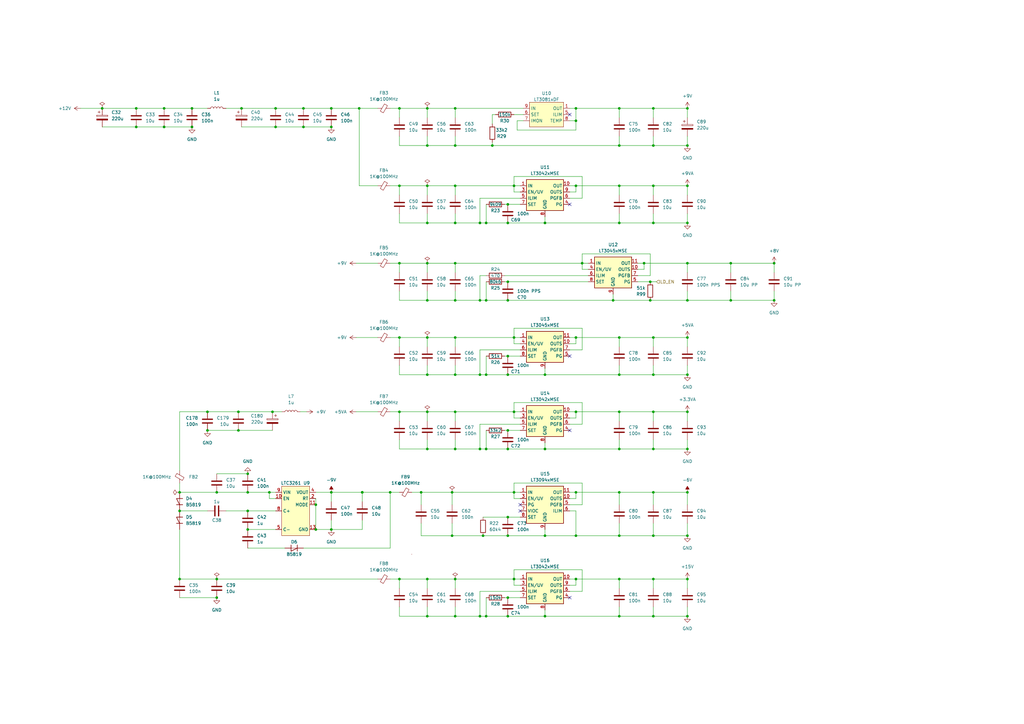
<source format=kicad_sch>
(kicad_sch (version 20211123) (generator eeschema)
  (paper "A3")
  (title_block (title "Kirdy") (date "2022-07-03") (rev "r0.1") (company "M-Labs") (comment 1 "Alex Wong Tat Hang"))
  (junction (at 175.26 237.49))
  (junction (at 223.52 184.15))
  (junction (at 236.22 76.2))
  (junction (at 238.76 107.95))
  (junction (at 210.82 201.93))
  (junction (at 78.74 44.45))
  (junction (at 210.82 76.2))
  (junction (at 236.22 168.91))
  (junction (at 185.42 219.71))
  (junction (at 101.6 217.17))
  (junction (at 254 184.15))
  (junction (at 208.28 245.11))
  (junction (at 185.42 201.93))
  (junction (at 208.28 176.53))
  (junction (at 135.89 217.17))
  (junction (at 147.32 44.45))
  (junction (at 210.82 138.43))
  (junction (at 254 91.44))
  (junction (at 266.7 115.57))
  (junction (at 148.556 201.93))
  (junction (at 236.22 49.53))
  (junction (at 208.28 252.73))
  (junction (at 196.85 184.15))
  (junction (at 266.7 123.19))
  (junction (at 88.9 237.49))
  (junction (at 199.39 252.73))
  (junction (at 186.69 138.43))
  (junction (at 208.28 184.15))
  (junction (at 78.74 52.07))
  (junction (at 254 44.45))
  (junction (at 267.97 76.2))
  (junction (at 199.39 153.67))
  (junction (at 254 237.49))
  (junction (at 111.76 168.91))
  (junction (at 163.83 76.2))
  (junction (at 317.5 107.95))
  (junction (at 99.06 44.45))
  (junction (at 67.31 52.07))
  (junction (at 175.26 59.69))
  (junction (at 267.97 201.93))
  (junction (at 113.03 52.07))
  (junction (at 175.26 153.67))
  (junction (at 175.26 91.44))
  (junction (at 41.91 44.45))
  (junction (at 281.94 138.43))
  (junction (at 267.97 138.43))
  (junction (at 175.26 107.95))
  (junction (at 85.09 168.91))
  (junction (at 196.85 91.44))
  (junction (at 199.39 123.19))
  (junction (at 267.97 252.73))
  (junction (at 281.94 237.49))
  (junction (at 186.69 252.73))
  (junction (at 208.28 123.19))
  (junction (at 254 219.71))
  (junction (at 97.79 168.91))
  (junction (at 148.59 201.93))
  (junction (at 223.52 153.67))
  (junction (at 223.52 91.44))
  (junction (at 236.22 44.45))
  (junction (at 101.6 209.55))
  (junction (at 281.94 76.2))
  (junction (at 281.94 201.93))
  (junction (at 281.94 168.91))
  (junction (at 186.69 107.95))
  (junction (at 317.5 123.19))
  (junction (at 281.94 44.45))
  (junction (at 186.69 237.49))
  (junction (at 186.69 184.15))
  (junction (at 163.83 168.91))
  (junction (at 236.22 219.71))
  (junction (at 254 168.91))
  (junction (at 281.94 252.73))
  (junction (at 251.46 123.19))
  (junction (at 186.69 76.2))
  (junction (at 198.12 219.71))
  (junction (at 281.94 184.15))
  (junction (at 267.97 44.45))
  (junction (at 135.89 201.93))
  (junction (at 186.69 91.44))
  (junction (at 267.97 168.91))
  (junction (at 175.26 168.91))
  (junction (at 281.94 219.71))
  (junction (at 160.02 201.93))
  (junction (at 186.69 59.69))
  (junction (at 208.28 83.82))
  (junction (at 135.89 52.07))
  (junction (at 236.22 201.93))
  (junction (at 113.03 44.45))
  (junction (at 254 153.67))
  (junction (at 254 138.43))
  (junction (at 210.82 168.91))
  (junction (at 281.94 91.44))
  (junction (at 254 59.69))
  (junction (at 267.97 184.15))
  (junction (at 299.72 123.19))
  (junction (at 254 76.2))
  (junction (at 101.6 201.93))
  (junction (at 163.83 138.43))
  (junction (at 186.69 123.19))
  (junction (at 175.26 252.73))
  (junction (at 135.89 44.45))
  (junction (at 196.85 123.19))
  (junction (at 208.28 91.44))
  (junction (at 172.72 201.93))
  (junction (at 208.28 153.67))
  (junction (at 73.66 209.55))
  (junction (at 201.93 59.69))
  (junction (at 267.97 237.49))
  (junction (at 208.28 212.09))
  (junction (at 196.85 252.73))
  (junction (at 124.46 52.07))
  (junction (at 175.26 184.15))
  (junction (at 163.83 107.95))
  (junction (at 186.69 153.67))
  (junction (at 88.9 201.93))
  (junction (at 254 201.93))
  (junction (at 85.09 176.53))
  (junction (at 110.49 201.93))
  (junction (at 208.28 115.57))
  (junction (at 264.16 107.95))
  (junction (at 267.97 219.71))
  (junction (at 208.28 146.05))
  (junction (at 223.52 252.73))
  (junction (at 73.66 201.93))
  (junction (at 175.26 123.19))
  (junction (at 281.94 59.69))
  (junction (at 97.79 176.53))
  (junction (at 267.97 59.69))
  (junction (at 55.88 52.07))
  (junction (at 236.22 237.49))
  (junction (at 281.94 153.67))
  (junction (at 223.52 219.71))
  (junction (at 208.28 219.71))
  (junction (at 299.72 107.95))
  (junction (at 175.26 76.2))
  (junction (at 175.26 138.43))
  (junction (at 163.83 44.45))
  (junction (at 199.39 184.15))
  (junction (at 101.6 194.31))
  (junction (at 88.9 245.11))
  (junction (at 267.97 91.44))
  (junction (at 281.94 123.19))
  (junction (at 175.26 44.45))
  (junction (at 210.82 237.49))
  (junction (at 254 252.73))
  (junction (at 73.66 237.49))
  (junction (at 163.83 237.49))
  (junction (at 186.69 168.91))
  (junction (at 129.54 207.01))
  (junction (at 67.31 44.45))
  (junction (at 267.97 153.67))
  (junction (at 124.46 44.45))
  (junction (at 55.88 44.45))
  (junction (at 186.69 44.45))
  (junction (at 281.94 107.95))
  (junction (at 129.54 217.17))
  (junction (at 236.22 138.43))
  (junction (at 199.39 91.44))
  (junction (at 196.85 153.67))
  (no_connect (at 233.68 176.53))
  (no_connect (at 233.68 245.11))
  (no_connect (at 233.68 46.99))
  (no_connect (at 213.36 209.55))
  (no_connect (at 213.36 207.01))
  (no_connect (at 233.68 83.82))
  (no_connect (at 233.68 146.05))
  (wire (pts (xy 88.9 201.93) (xy 101.6 201.93)))
  (wire (pts (xy 207.01 176.53) (xy 208.28 176.53)))
  (wire (pts (xy 267.97 214.63) (xy 267.97 219.71)))
  (wire (pts (xy 267.97 153.67) (xy 267.97 149.86)))
  (wire (pts (xy 196.85 81.28) (xy 196.85 91.44)))
  (wire (pts (xy 175.26 241.3) (xy 175.26 237.49)))
  (wire (pts (xy 160.02 237.49) (xy 163.83 237.49)))
  (wire (pts (xy 254 237.49) (xy 254 241.3)))
  (wire (pts (xy 233.68 140.97) (xy 236.22 140.97)))
  (wire (pts (xy 148.59 201.93) (xy 148.59 205.74)))
  (wire (pts (xy 281.94 252.73) (xy 281.94 248.92)))
  (wire (pts (xy 281.94 107.95) (xy 281.94 111.76)))
  (wire (pts (xy 135.89 213.36) (xy 135.89 217.17)))
  (wire (pts (xy 163.83 252.73) (xy 163.83 248.92)))
  (wire (pts (xy 208.28 176.53) (xy 213.36 176.53)))
  (wire (pts (xy 124.46 44.45) (xy 135.89 44.45)))
  (wire (pts (xy 135.89 217.17) (xy 129.54 217.17)))
  (wire (pts (xy 201.93 58.42) (xy 201.93 59.69)))
  (wire (pts (xy 196.85 91.44) (xy 199.39 91.44)))
  (wire (pts (xy 299.72 107.95) (xy 299.72 111.76)))
  (wire (pts (xy 267.97 252.73) (xy 281.94 252.73)))
  (wire (pts (xy 160.02 107.95) (xy 163.83 107.95)))
  (wire (pts (xy 186.69 172.72) (xy 186.69 168.91)))
  (wire (pts (xy 196.85 113.03) (xy 199.39 113.03)))
  (wire (pts (xy 236.22 219.71) (xy 223.52 219.71)))
  (wire (pts (xy 175.26 123.19) (xy 186.69 123.19)))
  (wire (pts (xy 175.26 252.73) (xy 175.26 248.92)))
  (wire (pts (xy 186.69 123.19) (xy 196.85 123.19)))
  (wire (pts (xy 185.42 219.71) (xy 198.12 219.71)))
  (wire (pts (xy 201.93 50.8) (xy 201.93 46.99)))
  (wire (pts (xy 267.97 153.67) (xy 281.94 153.67)))
  (wire (pts (xy 85.09 176.53) (xy 97.79 176.53)))
  (wire (pts (xy 207.01 115.57) (xy 208.28 115.57)))
  (wire (pts (xy 175.26 123.19) (xy 175.26 119.38)))
  (wire (pts (xy 210.82 76.2) (xy 213.36 76.2)))
  (wire (pts (xy 85.09 168.91) (xy 97.79 168.91)))
  (wire (pts (xy 163.83 59.69) (xy 175.26 59.69)))
  (wire (pts (xy 210.82 237.49) (xy 213.36 237.49)))
  (wire (pts (xy 254 219.71) (xy 254 214.63)))
  (wire (pts (xy 199.39 184.15) (xy 208.28 184.15)))
  (wire (pts (xy 129.54 201.93) (xy 135.89 201.93)))
  (wire (pts (xy 175.26 142.24) (xy 175.26 138.43)))
  (wire (pts (xy 199.39 252.73) (xy 208.28 252.73)))
  (wire (pts (xy 186.69 80.01) (xy 186.69 76.2)))
  (wire (pts (xy 199.39 245.11) (xy 199.39 252.73)))
  (wire (pts (xy 172.72 214.63) (xy 172.72 219.71)))
  (wire (pts (xy 92.71 209.55) (xy 101.6 209.55)))
  (wire (pts (xy 186.69 107.95) (xy 238.76 107.95)))
  (wire (pts (xy 208.28 184.15) (xy 223.52 184.15)))
  (wire (pts (xy 175.26 184.15) (xy 186.69 184.15)))
  (wire (pts (xy 208.28 91.44) (xy 223.52 91.44)))
  (wire (pts (xy 213.36 204.47) (xy 210.82 204.47)))
  (wire (pts (xy 135.89 44.45) (xy 147.32 44.45)))
  (wire (pts (xy 254 219.71) (xy 267.97 219.71)))
  (wire (pts (xy 208.28 115.57) (xy 241.3 115.57)))
  (wire (pts (xy 163.83 252.73) (xy 175.26 252.73)))
  (wire (pts (xy 185.42 201.93) (xy 210.82 201.93)))
  (wire (pts (xy 186.69 168.91) (xy 210.82 168.91)))
  (wire (pts (xy 199.39 115.57) (xy 199.39 123.19)))
  (wire (pts (xy 175.26 76.2) (xy 186.69 76.2)))
  (wire (pts (xy 186.69 91.44) (xy 186.69 87.63)))
  (wire (pts (xy 199.39 146.05) (xy 199.39 153.67)))
  (wire (pts (xy 254 153.67) (xy 254 149.86)))
  (wire (pts (xy 238.76 134.62) (xy 210.82 134.62)))
  (wire (pts (xy 199.39 153.67) (xy 208.28 153.67)))
  (wire (pts (xy 172.72 219.71) (xy 185.42 219.71)))
  (wire (pts (xy 223.52 91.44) (xy 254 91.44)))
  (wire (pts (xy 236.22 240.03) (xy 236.22 237.49)))
  (wire (pts (xy 101.6 224.79) (xy 116.84 224.79)))
  (wire (pts (xy 198.12 219.71) (xy 208.28 219.71)))
  (wire (pts (xy 254 184.15) (xy 254 180.34)))
  (wire (pts (xy 210.82 140.97) (xy 210.82 138.43)))
  (wire (pts (xy 55.88 52.07) (xy 67.31 52.07)))
  (wire (pts (xy 196.85 81.28) (xy 213.36 81.28)))
  (wire (pts (xy 148.556 201.93) (xy 148.59 201.93)))
  (wire (pts (xy 267.97 59.69) (xy 254 59.69)))
  (wire (pts (xy 212.09 49.53) (xy 214.63 49.53)))
  (wire (pts (xy 241.3 110.49) (xy 238.76 110.49)))
  (wire (pts (xy 281.94 107.95) (xy 299.72 107.95)))
  (wire (pts (xy 267.97 91.44) (xy 267.97 87.63)))
  (wire (pts (xy 223.52 250.19) (xy 223.52 252.73)))
  (wire (pts (xy 281.94 123.19) (xy 281.94 119.38)))
  (wire (pts (xy 254 201.93) (xy 267.97 201.93)))
  (wire (pts (xy 186.69 44.45) (xy 214.63 44.45)))
  (wire (pts (xy 196.85 173.99) (xy 213.36 173.99)))
  (wire (pts (xy 175.26 184.15) (xy 175.26 180.34)))
  (wire (pts (xy 261.62 113.03) (xy 266.7 113.03)))
  (wire (pts (xy 238.76 107.95) (xy 241.3 107.95)))
  (wire (pts (xy 186.69 241.3) (xy 186.69 237.49)))
  (wire (pts (xy 254 237.49) (xy 267.97 237.49)))
  (wire (pts (xy 146.05 168.91) (xy 154.94 168.91)))
  (wire (pts (xy 236.22 237.49) (xy 254 237.49)))
  (wire (pts (xy 210.82 201.93) (xy 213.36 201.93)))
  (wire (pts (xy 236.22 44.45) (xy 236.22 49.53)))
  (wire (pts (xy 207.01 245.11) (xy 208.28 245.11)))
  (wire (pts (xy 210.82 78.74) (xy 210.82 76.2)))
  (wire (pts (xy 196.85 252.73) (xy 199.39 252.73)))
  (wire (pts (xy 186.69 153.67) (xy 196.85 153.67)))
  (wire (pts (xy 236.22 219.71) (xy 254 219.71)))
  (wire (pts (xy 210.82 138.43) (xy 213.36 138.43)))
  (wire (pts (xy 73.66 198.12) (xy 73.66 201.93)))
  (wire (pts (xy 238.76 173.99) (xy 238.76 165.1)))
  (wire (pts (xy 175.26 172.72) (xy 175.26 168.91)))
  (wire (pts (xy 113.03 52.07) (xy 124.46 52.07)))
  (wire (pts (xy 73.66 237.49) (xy 73.66 217.17)))
  (wire (pts (xy 238.76 165.1) (xy 210.82 165.1)))
  (wire (pts (xy 208.28 123.19) (xy 251.46 123.19)))
  (wire (pts (xy 113.03 44.45) (xy 124.46 44.45)))
  (wire (pts (xy 281.94 76.2) (xy 281.94 80.01)))
  (wire (pts (xy 163.83 172.72) (xy 163.83 168.91)))
  (wire (pts (xy 281.94 184.15) (xy 281.94 180.34)))
  (wire (pts (xy 201.93 46.99) (xy 203.2 46.99)))
  (wire (pts (xy 266.7 104.14) (xy 238.76 104.14)))
  (wire (pts (xy 210.82 240.03) (xy 210.82 237.49)))
  (wire (pts (xy 281.94 168.91) (xy 281.94 172.72)))
  (wire (pts (xy 163.83 107.95) (xy 175.26 107.95)))
  (wire (pts (xy 233.68 143.51) (xy 238.76 143.51)))
  (wire (pts (xy 261.62 115.57) (xy 266.7 115.57)))
  (wire (pts (xy 254 48.26) (xy 254 44.45)))
  (wire (pts (xy 196.85 113.03) (xy 196.85 123.19)))
  (wire (pts (xy 236.22 201.93) (xy 254 201.93)))
  (wire (pts (xy 73.66 237.49) (xy 88.9 237.49)))
  (wire (pts (xy 175.26 168.91) (xy 186.69 168.91)))
  (wire (pts (xy 233.68 240.03) (xy 236.22 240.03)))
  (wire (pts (xy 201.93 59.69) (xy 254 59.69)))
  (wire (pts (xy 175.26 44.45) (xy 186.69 44.45)))
  (wire (pts (xy 160.02 44.45) (xy 163.83 44.45)))
  (wire (pts (xy 124.46 52.07) (xy 135.89 52.07)))
  (wire (pts (xy 236.22 138.43) (xy 254 138.43)))
  (wire (pts (xy 110.49 201.93) (xy 113.03 201.93)))
  (wire (pts (xy 233.68 173.99) (xy 238.76 173.99)))
  (wire (pts (xy 210.82 134.62) (xy 210.82 138.43)))
  (wire (pts (xy 267.97 76.2) (xy 267.97 80.01)))
  (wire (pts (xy 267.97 138.43) (xy 281.94 138.43)))
  (wire (pts (xy 254 44.45) (xy 267.97 44.45)))
  (wire (pts (xy 254 91.44) (xy 267.97 91.44)))
  (wire (pts (xy 299.72 123.19) (xy 299.72 119.38)))
  (wire (pts (xy 266.7 113.03) (xy 266.7 104.14)))
  (wire (pts (xy 223.52 151.13) (xy 223.52 153.67)))
  (wire (pts (xy 233.68 138.43) (xy 236.22 138.43)))
  (wire (pts (xy 163.83 59.69) (xy 163.83 55.88)))
  (wire (pts (xy 233.68 81.28) (xy 238.76 81.28)))
  (wire (pts (xy 196.85 153.67) (xy 199.39 153.67)))
  (wire (pts (xy 163.83 123.19) (xy 175.26 123.19)))
  (wire (pts (xy 223.52 181.61) (xy 223.52 184.15)))
  (wire (pts (xy 113.03 204.47) (xy 110.49 204.47)))
  (wire (pts (xy 73.66 245.11) (xy 88.9 245.11)))
  (wire (pts (xy 186.69 59.69) (xy 201.93 59.69)))
  (wire (pts (xy 186.69 153.67) (xy 186.69 149.86)))
  (wire (pts (xy 186.69 123.19) (xy 186.69 119.38)))
  (wire (pts (xy 233.68 76.2) (xy 236.22 76.2)))
  (wire (pts (xy 185.42 214.63) (xy 185.42 219.71)))
  (wire (pts (xy 208.28 252.73) (xy 223.52 252.73)))
  (wire (pts (xy 175.26 252.73) (xy 186.69 252.73)))
  (wire (pts (xy 168.91 201.93) (xy 172.72 201.93)))
  (wire (pts (xy 186.69 48.26) (xy 186.69 44.45)))
  (wire (pts (xy 135.89 201.93) (xy 148.556 201.93)))
  (wire (pts (xy 115.57 168.91) (xy 111.76 168.91)))
  (wire (pts (xy 123.19 168.91) (xy 125.73 168.91)))
  (wire (pts (xy 267.97 44.45) (xy 281.94 44.45)))
  (wire (pts (xy 199.39 176.53) (xy 199.39 184.15)))
  (wire (pts (xy 254 168.91) (xy 254 172.72)))
  (wire (pts (xy 254 201.93) (xy 254 207.01)))
  (wire (pts (xy 185.42 201.93) (xy 185.42 207.01)))
  (wire (pts (xy 135.89 201.93) (xy 135.89 205.74)))
  (wire (pts (xy 213.36 78.74) (xy 210.82 78.74)))
  (wire (pts (xy 267.97 48.26) (xy 267.97 44.45)))
  (wire (pts (xy 163.83 237.49) (xy 175.26 237.49)))
  (wire (pts (xy 196.85 143.51) (xy 213.36 143.51)))
  (wire (pts (xy 186.69 252.73) (xy 186.69 248.92)))
  (wire (pts (xy 175.26 153.67) (xy 175.26 149.86)))
  (wire (pts (xy 233.68 168.91) (xy 236.22 168.91)))
  (wire (pts (xy 212.09 49.53) (xy 212.09 53.34)))
  (wire (pts (xy 186.69 138.43) (xy 210.82 138.43)))
  (wire (pts (xy 266.7 115.57) (xy 269.24 115.57)))
  (wire (pts (xy 236.22 49.53) (xy 233.68 49.53)))
  (wire (pts (xy 281.94 123.19) (xy 299.72 123.19)))
  (wire (pts (xy 233.68 171.45) (xy 236.22 171.45)))
  (wire (pts (xy 254 91.44) (xy 254 87.63)))
  (wire (pts (xy 238.76 81.28) (xy 238.76 72.39)))
  (wire (pts (xy 213.36 240.03) (xy 210.82 240.03)))
  (wire (pts (xy 236.22 209.55) (xy 236.22 219.71)))
  (wire (pts (xy 163.83 80.01) (xy 163.83 76.2)))
  (wire (pts (xy 251.46 123.19) (xy 266.7 123.19)))
  (wire (pts (xy 254 153.67) (xy 267.97 153.67)))
  (wire (pts (xy 101.6 217.17) (xy 113.03 217.17)))
  (wire (pts (xy 163.83 241.3) (xy 163.83 237.49)))
  (wire (pts (xy 233.68 242.57) (xy 238.76 242.57)))
  (wire (pts (xy 236.22 168.91) (xy 254 168.91)))
  (wire (pts (xy 223.52 219.71) (xy 223.52 217.17)))
  (wire (pts (xy 160.02 224.79) (xy 160.02 201.93)))
  (wire (pts (xy 163.83 48.26) (xy 163.83 44.45)))
  (wire (pts (xy 236.22 53.34) (xy 236.22 49.53)))
  (wire (pts (xy 78.74 44.45) (xy 85.09 44.45)))
  (wire (pts (xy 267.97 201.93) (xy 281.94 201.93)))
  (wire (pts (xy 148.59 217.17) (xy 135.89 217.17)))
  (wire (pts (xy 92.71 44.45) (xy 99.06 44.45)))
  (wire (pts (xy 281.94 44.45) (xy 281.94 48.26)))
  (wire (pts (xy 175.26 48.26) (xy 175.26 44.45)))
  (wire (pts (xy 163.83 153.67) (xy 175.26 153.67)))
  (wire (pts (xy 175.26 153.67) (xy 186.69 153.67)))
  (wire (pts (xy 160.02 201.93) (xy 163.83 201.93)))
  (wire (pts (xy 267.97 237.49) (xy 281.94 237.49)))
  (wire (pts (xy 175.26 111.76) (xy 175.26 107.95)))
  (wire (pts (xy 110.49 204.47) (xy 110.49 201.93)))
  (wire (pts (xy 175.26 59.69) (xy 175.26 55.88)))
  (wire (pts (xy 210.82 168.91) (xy 213.36 168.91)))
  (wire (pts (xy 267.97 201.93) (xy 267.97 207.01)))
  (wire (pts (xy 198.12 212.09) (xy 208.28 212.09)))
  (wire (pts (xy 254 252.73) (xy 254 248.92)))
  (wire (pts (xy 233.68 78.74) (xy 236.22 78.74)))
  (wire (pts (xy 172.72 201.93) (xy 172.72 207.01)))
  (wire (pts (xy 238.76 110.49) (xy 238.76 107.95)))
  (wire (pts (xy 33.02 44.45) (xy 41.91 44.45)))
  (wire (pts (xy 238.76 72.39) (xy 210.82 72.39)))
  (wire (pts (xy 199.39 123.19) (xy 208.28 123.19)))
  (wire (pts (xy 254 252.73) (xy 267.97 252.73)))
  (wire (pts (xy 264.16 107.95) (xy 281.94 107.95)))
  (wire (pts (xy 236.22 140.97) (xy 236.22 138.43)))
  (wire (pts (xy 129.54 207.01) (xy 129.54 217.17)))
  (wire (pts (xy 267.97 252.73) (xy 267.97 248.92)))
  (wire (pts (xy 261.62 110.49) (xy 264.16 110.49)))
  (wire (pts (xy 41.91 44.45) (xy 55.88 44.45)))
  (wire (pts (xy 186.69 59.69) (xy 186.69 55.88)))
  (wire (pts (xy 163.83 76.2) (xy 175.26 76.2)))
  (wire (pts (xy 154.94 76.2) (xy 147.32 76.2)))
  (wire (pts (xy 254 55.88) (xy 254 59.69)))
  (wire (pts (xy 163.83 153.67) (xy 163.83 149.86)))
  (wire (pts (xy 299.72 123.19) (xy 317.5 123.19)))
  (wire (pts (xy 175.26 107.95) (xy 186.69 107.95)))
  (wire (pts (xy 196.85 242.57) (xy 196.85 252.73)))
  (wire (pts (xy 267.97 91.44) (xy 281.94 91.44)))
  (wire (pts (xy 73.66 209.55) (xy 85.09 209.55)))
  (wire (pts (xy 186.69 237.49) (xy 210.82 237.49)))
  (wire (pts (xy 101.6 201.93) (xy 110.49 201.93)))
  (wire (pts (xy 99.06 44.45) (xy 113.03 44.45)))
  (wire (pts (xy 186.69 184.15) (xy 186.69 180.34)))
  (wire (pts (xy 264.16 110.49) (xy 264.16 107.95)))
  (wire (pts (xy 73.66 168.91) (xy 73.66 193.04)))
  (wire (pts (xy 210.82 46.99) (xy 214.63 46.99)))
  (wire (pts (xy 147.32 44.45) (xy 147.32 76.2)))
  (wire (pts (xy 146.05 107.95) (xy 154.94 107.95)))
  (wire (pts (xy 175.26 91.44) (xy 186.69 91.44)))
  (wire (pts (xy 261.62 107.95) (xy 264.16 107.95)))
  (wire (pts (xy 210.82 72.39) (xy 210.82 76.2)))
  (wire (pts (xy 254 76.2) (xy 267.97 76.2)))
  (wire (pts (xy 233.68 237.49) (xy 236.22 237.49)))
  (wire (pts (xy 196.85 123.19) (xy 199.39 123.19)))
  (wire (pts (xy 238.76 198.12) (xy 210.82 198.12)))
  (wire (pts (xy 233.68 44.45) (xy 236.22 44.45)))
  (wire (pts (xy 146.05 138.43) (xy 154.94 138.43)))
  (wire (pts (xy 196.85 143.51) (xy 196.85 153.67)))
  (wire (pts (xy 281.94 91.44) (xy 281.94 87.63)))
  (wire (pts (xy 41.91 52.07) (xy 55.88 52.07)))
  (wire (pts (xy 196.85 173.99) (xy 196.85 184.15)))
  (wire (pts (xy 281.94 138.43) (xy 281.94 142.24)))
  (wire (pts (xy 281.94 153.67) (xy 281.94 149.86)))
  (wire (pts (xy 233.68 204.47) (xy 236.22 204.47)))
  (wire (pts (xy 199.39 91.44) (xy 208.28 91.44)))
  (wire (pts (xy 238.76 207.01) (xy 238.76 198.12)))
  (wire (pts (xy 163.83 168.91) (xy 175.26 168.91)))
  (wire (pts (xy 236.22 78.74) (xy 236.22 76.2)))
  (wire (pts (xy 207.01 146.05) (xy 208.28 146.05)))
  (wire (pts (xy 196.85 184.15) (xy 199.39 184.15)))
  (wire (pts (xy 212.09 53.34) (xy 236.22 53.34)))
  (wire (pts (xy 196.85 242.57) (xy 213.36 242.57)))
  (wire (pts (xy 208.28 153.67) (xy 223.52 153.67)))
  (wire (pts (xy 210.82 171.45) (xy 210.82 168.91)))
  (wire (pts (xy 186.69 76.2) (xy 210.82 76.2)))
  (wire (pts (xy 210.82 198.12) (xy 210.82 201.93)))
  (wire (pts (xy 147.32 44.45) (xy 154.94 44.45)))
  (wire (pts (xy 213.36 140.97) (xy 210.82 140.97)))
  (wire (pts (xy 238.76 242.57) (xy 238.76 233.68)))
  (wire (pts (xy 88.9 194.31) (xy 101.6 194.31)))
  (wire (pts (xy 317.5 123.19) (xy 317.5 119.38)))
  (wire (pts (xy 267.97 168.91) (xy 267.97 172.72)))
  (wire (pts (xy 267.97 76.2) (xy 281.94 76.2)))
  (wire (pts (xy 186.69 142.24) (xy 186.69 138.43)))
  (wire (pts (xy 281.94 55.88) (xy 281.94 59.69)))
  (wire (pts (xy 67.31 52.07) (xy 78.74 52.07)))
  (wire (pts (xy 210.82 204.47) (xy 210.82 201.93)))
  (wire (pts (xy 238.76 233.68) (xy 210.82 233.68)))
  (wire (pts (xy 254 138.43) (xy 267.97 138.43)))
  (wire (pts (xy 251.46 120.65) (xy 251.46 123.19)))
  (wire (pts (xy 267.97 219.71) (xy 281.94 219.71)))
  (wire (pts (xy 208.28 245.11) (xy 213.36 245.11)))
  (wire (pts (xy 223.52 88.9) (xy 223.52 91.44)))
  (wire (pts (xy 73.66 168.91) (xy 85.09 168.91)))
  (wire (pts (xy 267.97 237.49) (xy 267.97 241.3)))
  (wire (pts (xy 254 184.15) (xy 267.97 184.15)))
  (wire (pts (xy 236.22 171.45) (xy 236.22 168.91)))
  (wire (pts (xy 210.82 233.68) (xy 210.82 237.49)))
  (wire (pts (xy 163.83 111.76) (xy 163.83 107.95)))
  (wire (pts (xy 55.88 44.45) (xy 67.31 44.45)))
  (wire (pts (xy 199.39 83.82) (xy 199.39 91.44)))
  (wire (pts (xy 160.02 168.91) (xy 163.83 168.91)))
  (wire (pts (xy 124.46 224.79) (xy 160.02 224.79)))
  (wire (pts (xy 254 138.43) (xy 254 142.24)))
  (wire (pts (xy 208.28 212.09) (xy 213.36 212.09)))
  (wire (pts (xy 210.82 165.1) (xy 210.82 168.91)))
  (wire (pts (xy 299.72 107.95) (xy 317.5 107.95)))
  (wire (pts (xy 160.02 76.2) (xy 163.83 76.2)))
  (wire (pts (xy 163.83 123.19) (xy 163.83 119.38)))
  (wire (pts (xy 67.31 44.45) (xy 78.74 44.45)))
  (wire (pts (xy 175.26 59.69) (xy 186.69 59.69)))
  (wire (pts (xy 163.83 184.15) (xy 175.26 184.15)))
  (wire (pts (xy 208.28 146.05) (xy 213.36 146.05)))
  (wire (pts (xy 175.26 237.49) (xy 186.69 237.49)))
  (wire (pts (xy 254 168.91) (xy 267.97 168.91)))
  (wire (pts (xy 111.76 168.91) (xy 97.79 168.91)))
  (wire (pts (xy 186.69 111.76) (xy 186.69 107.95)))
  (wire (pts (xy 160.02 201.93) (xy 148.59 201.93)))
  (wire (pts (xy 172.72 201.93) (xy 185.42 201.93)))
  (wire (pts (xy 175.26 91.44) (xy 175.26 87.63)))
  (wire (pts (xy 281.94 201.93) (xy 281.94 207.01)))
  (wire (pts (xy 99.06 52.07) (xy 113.03 52.07)))
  (wire (pts (xy 101.6 209.55) (xy 113.03 209.55)))
  (wire (pts (xy 223.52 153.67) (xy 254 153.67)))
  (wire (pts (xy 238.76 143.51) (xy 238.76 134.62)))
  (wire (pts (xy 73.66 201.93) (xy 88.9 201.93)))
  (wire (pts (xy 175.26 138.43) (xy 186.69 138.43)))
  (wire (pts (xy 267.97 168.91) (xy 281.94 168.91)))
  (wire (pts (xy 233.68 207.01) (xy 238.76 207.01)))
  (wire (pts (xy 163.83 91.44) (xy 175.26 91.44)))
  (wire (pts (xy 236.22 76.2) (xy 254 76.2)))
  (wire (pts (xy 236.22 204.47) (xy 236.22 201.93)))
  (wire (pts (xy 236.22 44.45) (xy 254 44.45)))
  (wire (pts (xy 160.02 138.43) (xy 163.83 138.43)))
  (wire (pts (xy 208.28 219.71) (xy 223.52 219.71)))
  (wire (pts (xy 236.22 209.55) (xy 233.68 209.55)))
  (wire (pts (xy 111.76 176.53) (xy 97.79 176.53)))
  (wire (pts (xy 186.69 184.15) (xy 196.85 184.15)))
  (wire (pts (xy 267.97 184.15) (xy 267.97 180.34)))
  (wire (pts (xy 207.01 83.82) (xy 208.28 83.82)))
  (wire (pts (xy 267.97 138.43) (xy 267.97 142.24)))
  (wire (pts (xy 213.36 171.45) (xy 210.82 171.45)))
  (wire (pts (xy 233.68 201.93) (xy 236.22 201.93)))
  (wire (pts (xy 254 76.2) (xy 254 80.01)))
  (wire (pts (xy 266.7 123.19) (xy 281.94 123.19)))
  (wire (pts (xy 163.83 44.45) (xy 175.26 44.45)))
  (wire (pts (xy 223.52 184.15) (xy 254 184.15)))
  (wire (pts (xy 163.83 138.43) (xy 175.26 138.43)))
  (wire (pts (xy 208.28 83.82) (xy 213.36 83.82)))
  (wire (pts (xy 186.69 91.44) (xy 196.85 91.44)))
  (wire (pts (xy 163.83 91.44) (xy 163.83 87.63)))
  (wire (pts (xy 317.5 107.95) (xy 317.5 111.76)))
  (wire (pts (xy 281.94 237.49) (xy 281.94 241.3)))
  (wire (pts (xy 148.59 213.36) (xy 148.59 217.17)))
  (wire (pts (xy 267.97 55.88) (xy 267.97 59.69)))
  (wire (pts (xy 129.54 204.47) (xy 129.54 207.01)))
  (wire (pts (xy 267.97 59.69) (xy 281.94 59.69)))
  (wire (pts (xy 223.52 252.73) (xy 254 252.73)))
  (wire (pts (xy 186.69 252.73) (xy 196.85 252.73)))
  (wire (pts (xy 267.97 184.15) (xy 281.94 184.15)))
  (wire (pts (xy 238.76 104.14) (xy 238.76 107.95)))
  (wire (pts (xy 281.94 214.63) (xy 281.94 219.71)))
  (wire (pts (xy 175.26 80.01) (xy 175.26 76.2)))
  (wire (pts (xy 163.83 184.15) (xy 163.83 180.34)))
  (wire (pts (xy 88.9 237.49) (xy 154.94 237.49)))
  (wire (pts (xy 207.01 113.03) (xy 241.3 113.03)))
  (wire (pts (xy 163.83 142.24) (xy 163.83 138.43)))
  (hierarchical_label "LD_EN" (shape input) (at 269.24 115.57 0))
  (symbol (lib_id "Device:R") (at 198.12 215.9 0) (unit 1)
    (property "Reference" "R22" (at 200.66 214.6299 0) (effects (justify left)))
    (property "Value" "60k4" (at 200.66 217.1699 0) (effects (justify left)))
    (property "Footprint" "Resistor_SMD:R_0603_1608Metric" (effects hide))
    (property "MFR_PN" "RT0603FRE0760K4L" (effects hide))
    (property "MFR_PN_ALT" "RC0603FR-0760K4L" (effects hide))
  )
  (symbol (lib_id "Device:C") (at 85.09 172.72 0) (mirror y) (unit 1)
    (property "Reference" "C178" (at 81.28 171.4499 0) (effects (justify left)))
    (property "Value" "100n" (at 81.28 173.9899 0) (effects (justify left)))
    (property "Footprint" "Capacitor_SMD:C_0603_1608Metric" (effects hide))
    (property "MFR_PN" "CL10B104KB8NNWC" (effects hide))
    (property "MFR_PN_ALT" "CL10B104KB8NNNL" (effects hide))
  )
  (symbol (lib_id "Device:C") (at 254 83.82 0) (unit 1)
    (property "Reference" "C76" (at 257.81 82.5499 0) (effects (justify left)))
    (property "Value" "100n" (at 257.81 85.0899 0) (effects (justify left)))
    (property "Footprint" "Capacitor_SMD:C_0603_1608Metric" (effects hide))
    (property "MFR_PN" "CL10B104KB8NNWC" (effects hide))
    (property "MFR_PN_ALT" "CL10B104KB8NNNL" (effects hide))
  )
  (symbol (lib_id "power:+5VA") (at 281.94 138.43 0) (unit 1)
    (property "Reference" "#PWR074" (effects hide))
    (property "Value" "+5VA" (at 281.94 133.35 0))
  )
  (symbol (lib_id "Device:C") (at 101.6 213.36 0) (unit 1)
    (property "Reference" "C42" (at 105.41 212.0899 0) (effects (justify left)))
    (property "Value" "1u" (at 105.41 214.6299 0) (effects (justify left)))
    (property "Footprint" "Capacitor_SMD:C_0603_1608Metric" (effects hide))
    (property "MFR_PN" "CL10B105KA8NNNC" (effects hide))
    (property "MFR_PN_ALT" "CGA3E1X7R1E105K080AC" (effects hide))
  )
  (symbol (lib_id "power:PWR_FLAG") (at 175.26 76.2 0) (unit 1)
    (property "Reference" "#FLG0106" (effects hide))
    (property "Value" "PWR_FLAG" (effects hide))
  )
  (symbol (lib_id "Device:C") (at 148.59 209.55 0) (unit 1)
    (property "Reference" "C48" (at 152.4 208.2799 0) (effects (justify left)))
    (property "Value" "10u" (at 152.4 210.8199 0) (effects (justify left)))
    (property "Footprint" "Capacitor_SMD:C_0805_2012Metric" (effects hide))
    (property "MFR_PN" "CL21B106KOQNNNG" (effects hide))
    (property "MFR_PN_ALT" "CL21B106KOQNNNE" (effects hide))
  )
  (symbol (lib_id "Device:R") (at 203.2 83.82 90) (unit 1)
    (property "Reference" "R23" (at 203.2 86.36 90))
    (property "Value" "9k09" (at 203.2 83.82 90))
    (property "Footprint" "Resistor_SMD:R_0603_1608Metric" (effects hide))
    (property "MFR_PN" "CR0603-FX-9091ELF" (effects hide))
    (property "MFR_PN_ALT" "RK73H1JTTD9091F" (effects hide))
  )
  (symbol (lib_id "Device:R") (at 203.2 245.11 90) (unit 1)
    (property "Reference" "R28" (at 203.2 247.65 90))
    (property "Value" "150k" (at 203.2 245.11 90))
    (property "Footprint" "Resistor_SMD:R_0603_1608Metric" (effects hide))
    (property "MFR_PN" "CRGCQ0603F150K" (effects hide))
    (property "MFR_PN_ALT" "RMCF0603FG150K" (effects hide))
  )
  (symbol (lib_id "Device:C") (at 281.94 210.82 0) (unit 1)
    (property "Reference" "C94" (at 285.75 209.5499 0) (effects (justify left)))
    (property "Value" "10u" (at 285.75 212.0899 0) (effects (justify left)))
    (property "Footprint" "Capacitor_SMD:C_0805_2012Metric" (effects hide))
    (property "MFR_PN" "CL21B106KOQNNNG" (effects hide))
    (property "MFR_PN_ALT" "CL21B106KOQNNNE" (effects hide))
  )
  (symbol (lib_id "Device:C") (at 186.69 83.82 0) (unit 1)
    (property "Reference" "C64" (at 190.5 82.5499 0) (effects (justify left)))
    (property "Value" "100n" (at 190.5 85.0899 0) (effects (justify left)))
    (property "Footprint" "Capacitor_SMD:C_0603_1608Metric" (effects hide))
    (property "MFR_PN" "CL10B104KB8NNWC" (effects hide))
    (property "MFR_PN_ALT" "CL10B104KB8NNNL" (effects hide))
  )
  (symbol (lib_id "Device:C") (at 113.03 48.26 0) (unit 1)
    (property "Reference" "C44" (at 116.84 46.9899 0) (effects (justify left)))
    (property "Value" "10u" (at 116.84 49.5299 0) (effects (justify left)))
    (property "Footprint" "Capacitor_SMD:C_0805_2012Metric" (effects hide))
    (property "MFR_PN" "CL21B106KOQNNNG" (effects hide))
    (property "MFR_PN_ALT" "CL21B106KOQNNNE" (effects hide))
  )
  (symbol (lib_id "power:PWR_FLAG") (at 175.26 107.95 0) (unit 1)
    (property "Reference" "#FLG0108" (effects hide))
    (property "Value" "PWR_FLAG" (effects hide))
  )
  (symbol (lib_id "Device:R") (at 266.7 119.38 180) (unit 1)
    (property "Reference" "R99" (at 262.89 120.65 0))
    (property "Value" "51k" (at 262.89 118.11 0))
    (property "Footprint" "Resistor_SMD:R_0603_1608Metric" (effects hide))
    (property "MFR_PN" "RMCF0603FT51K0" (effects hide))
    (property "MFR_PN_ALT" "CR0603-FX-5102ELF" (effects hide))
  )
  (symbol (lib_id "Device:FerriteBead_Small") (at 73.66 195.58 180) (unit 1)
    (property "Reference" "FB2" (at 77.47 195.58 0) (effects (justify right)))
    (property "Value" "1K@100MHz" (at 58.42 195.58 0) (effects (justify right)))
    (property "Footprint" "Inductor_SMD:L_1210_3225Metric" (effects hide))
    (property "MFR_PN" "FBMH3225HM102NT" (effects hide))
    (property "MFR_PN_ALT" "FBMH3225HM102NTV" (effects hide))
  )
  (symbol (lib_id "Device:C") (at 208.28 180.34 0) (unit 1)
    (property "Reference" "C72" (at 209.55 182.88 0) (effects (justify left)))
    (property "Value" "100n" (at 212.09 180.34 0) (effects (justify left)))
    (property "Footprint" "Capacitor_SMD:C_0603_1608Metric" (effects hide))
    (property "MFR_PN" "CL10B104KB8NNWC" (effects hide))
    (property "MFR_PN_ALT" "CL10B104KB8NNNL" (effects hide))
  )
  (symbol (lib_id "Device:C") (at 186.69 115.57 0) (unit 1)
    (property "Reference" "C65" (at 190.5 114.2999 0) (effects (justify left)))
    (property "Value" "100n" (at 190.5 116.8399 0) (effects (justify left)))
    (property "Footprint" "Capacitor_SMD:C_0603_1608Metric" (effects hide))
    (property "MFR_PN" "CL10B104KB8NNWC" (effects hide))
    (property "MFR_PN_ALT" "CL10B104KB8NNNL" (effects hide))
  )
  (symbol (lib_id "Device:C") (at 175.26 176.53 0) (unit 1)
    (property "Reference" "C60" (at 179.07 175.2599 0) (effects (justify left)))
    (property "Value" "10u" (at 179.07 177.7999 0) (effects (justify left)))
    (property "Footprint" "Capacitor_SMD:C_0805_2012Metric" (effects hide))
    (property "MFR_PN" "CL21B106KOQNNNG" (effects hide))
    (property "MFR_PN_ALT" "CL21B106KOQNNNE" (effects hide))
  )
  (symbol (lib_id "Device:C") (at 254 52.07 0) (unit 1)
    (property "Reference" "C75" (at 257.81 50.7999 0) (effects (justify left)))
    (property "Value" "100n" (at 257.81 53.3399 0) (effects (justify left)))
    (property "Footprint" "Capacitor_SMD:C_0603_1608Metric" (effects hide))
    (property "MFR_PN" "CL10B104KB8NNWC" (effects hide))
    (property "MFR_PN_ALT" "CL10B104KB8NNNL" (effects hide))
  )
  (symbol (lib_id "power:GND") (at 317.5 123.19 0) (unit 1)
    (property "Reference" "#PWR073" (effects hide))
    (property "Value" "GND" (at 317.5 128.27 0))
  )
  (symbol (lib_id "Device:C") (at 267.97 210.82 0) (unit 1)
    (property "Reference" "C87" (at 271.78 209.5499 0) (effects (justify left)))
    (property "Value" "10u" (at 271.78 212.0899 0) (effects (justify left)))
    (property "Footprint" "Capacitor_SMD:C_0805_2012Metric" (effects hide))
    (property "MFR_PN" "CL21B106KOQNNNG" (effects hide))
    (property "MFR_PN_ALT" "CL21B106KOQNNNE" (effects hide))
  )
  (symbol (lib_id "Device:C") (at 175.26 245.11 0) (unit 1)
    (property "Reference" "C61" (at 179.07 243.8399 0) (effects (justify left)))
    (property "Value" "10u" (at 179.07 246.3799 0) (effects (justify left)))
    (property "Footprint" "Capacitor_SMD:C_0805_2012Metric" (effects hide))
    (property "MFR_PN" "CL21B106KOQNNNG" (effects hide))
    (property "MFR_PN_ALT" "CL21B106KOQNNNE" (effects hide))
  )
  (symbol (lib_id "Device:C") (at 186.69 245.11 0) (unit 1)
    (property "Reference" "C68" (at 190.5 243.8399 0) (effects (justify left)))
    (property "Value" "100n" (at 190.5 246.3799 0) (effects (justify left)))
    (property "Footprint" "Capacitor_SMD:C_0603_1608Metric" (effects hide))
    (property "MFR_PN" "CL10B104KB8NNWC" (effects hide))
    (property "MFR_PN_ALT" "CL10B104KB8NNNL" (effects hide))
  )
  (symbol (lib_id "Device:R") (at 203.2 146.05 90) (unit 1)
    (property "Reference" "R26" (at 203.2 148.59 90))
    (property "Value" "51k" (at 203.2 146.05 90))
    (property "Footprint" "Resistor_SMD:R_0603_1608Metric" (effects hide))
    (property "MFR_PN" "RMCF0603FT51K0" (effects hide))
    (property "MFR_PN_ALT" "CR0603-FX-5102ELF" (effects hide))
  )
  (symbol (lib_id "Device:C") (at 175.26 52.07 0) (unit 1)
    (property "Reference" "C56" (at 179.07 50.7999 0) (effects (justify left)))
    (property "Value" "10u" (at 179.07 53.3399 0) (effects (justify left)))
    (property "Footprint" "Capacitor_SMD:C_0805_2012Metric" (effects hide))
    (property "MFR_PN" "CL21B106KOQNNNG" (effects hide))
    (property "MFR_PN_ALT" "CL21B106KOQNNNE" (effects hide))
  )
  (symbol (lib_id "Device:L") (at 88.9 44.45 90) (unit 1)
    (property "Reference" "L1" (at 88.9 38.1 90))
    (property "Value" "1u" (at 88.9 40.64 90))
    (property "Footprint" "Inductor_SMD:L_1008_2520Metric" (effects hide))
    (property "MFR_PN" "DFE252012F-1R0M=P2" (effects hide))
    (property "MFR_PN_ALT" "DFE252012P-1R0M=P2" (effects hide))
  )
  (symbol (lib_id "Device:D_Shockley") (at 73.66 213.36 90) (unit 1)
    (property "Reference" "D5" (at 76.2 212.0899 90) (effects (justify right)))
    (property "Value" "B5819" (at 76.2 214.6299 90) (effects (justify right)))
    (property "Footprint" "Diode_SMD:D_SOD-323" (effects hide))
    (property "MFR_PN" "B5819WS-TP" (effects hide))
  )
  (symbol (lib_id "Device:C_Polarized") (at 281.94 52.07 0) (unit 1)
    (property "Reference" "C89" (at 285.75 49.9109 0) (effects (justify left)))
    (property "Value" "220u" (at 285.75 52.4509 0) (effects (justify left)))
    (property "Footprint" "Capacitor_Tantalum_SMD:CP_EIA-7343-15_Kemet-W" (effects hide))
    (property "MFR_PN" "T491D227K016AT" (effects hide))
    (property "MFR_PN_ALT" "293D227X9016E2TE3" (effects hide))
  )
  (symbol (lib_id "power:-9V") (at 135.89 201.93 0) (unit 1)
    (property "Reference" "#PWR063" (effects hide))
    (property "Value" "-9V" (at 135.89 196.85 0))
  )
  (symbol (lib_id "Device:FerriteBead_Small") (at 157.48 107.95 90) (unit 1)
    (property "Reference" "FB5" (at 157.4419 101.6 90))
    (property "Value" "1K@100MHz" (at 157.4419 104.14 90))
    (property "Footprint" "Inductor_SMD:L_1210_3225Metric" (effects hide))
    (property "MFR_PN" "FBMH3225HM102NT" (effects hide))
    (property "MFR_PN_ALT" "FBMH3225HM102NTV" (effects hide))
  )
  (symbol (lib_id "Device:C") (at 254 210.82 0) (unit 1)
    (property "Reference" "C80" (at 257.81 209.5499 0) (effects (justify left)))
    (property "Value" "100n" (at 257.81 212.0899 0) (effects (justify left)))
    (property "Footprint" "Capacitor_SMD:C_0603_1608Metric" (effects hide))
    (property "MFR_PN" "CL10B104KB8NNWC" (effects hide))
    (property "MFR_PN_ALT" "CL10B104KB8NNNL" (effects hide))
  )
  (symbol (lib_id "power:PWR_FLAG") (at 175.26 138.43 0) (unit 1)
    (property "Reference" "#FLG0109" (effects hide))
    (property "Value" "PWR_FLAG" (effects hide))
  )
  (symbol (lib_id "power:GND") (at 281.94 91.44 0) (unit 1)
    (property "Reference" "#PWR071" (effects hide))
    (property "Value" "GND" (at 281.94 96.52 0))
  )
  (symbol (lib_id "power:+9V") (at 281.94 44.45 0) (unit 1)
    (property "Reference" "#PWR068" (effects hide))
    (property "Value" "+9V" (at 281.94 39.37 0))
  )
  (symbol (lib_id "power:PWR_FLAG") (at 185.42 201.93 0) (unit 1)
    (property "Reference" "#FLG0102" (effects hide))
    (property "Value" "PWR_FLAG" (effects hide))
  )
  (symbol (lib_id "Device:FerriteBead_Small") (at 166.37 201.93 90) (unit 1)
    (property "Reference" "FB9" (at 166.3319 195.58 90))
    (property "Value" "1K@100MHz" (at 166.3319 198.12 90))
    (property "Footprint" "Inductor_SMD:L_1210_3225Metric" (effects hide))
    (property "MFR_PN" "FBMH3225HM102NT" (effects hide))
    (property "MFR_PN_ALT" "FBMH3225HM102NTV" (effects hide))
  )
  (symbol (lib_id "Device:C") (at 208.28 119.38 0) (unit 1)
    (property "Reference" "C70" (at 212.09 121.92 0) (effects (justify left)))
    (property "Value" "100n PPS" (at 212.09 119.38 0) (effects (justify left)))
    (property "Footprint" "Capacitor_SMD:C_1210_3225Metric" (effects hide))
    (property "MFR_PN" "ECH-U1C104JX5" (effects hide))
  )
  (symbol (lib_id "Device:C") (at 281.94 245.11 0) (unit 1)
    (property "Reference" "C95" (at 285.75 243.8399 0) (effects (justify left)))
    (property "Value" "10u" (at 285.75 246.3799 0) (effects (justify left)))
    (property "Footprint" "Capacitor_SMD:C_0805_2012Metric" (effects hide))
    (property "MFR_PN" "CL21B106KOQNNNG" (effects hide))
    (property "MFR_PN_ALT" "CL21B106KOQNNNE" (effects hide))
  )
  (symbol (lib_id "Device:C") (at 135.89 48.26 0) (unit 1)
    (property "Reference" "C46" (at 139.7 46.9899 0) (effects (justify left)))
    (property "Value" "100n" (at 139.7 49.5299 0) (effects (justify left)))
    (property "Footprint" "Capacitor_SMD:C_0603_1608Metric" (effects hide))
    (property "MFR_PN" "CL10B104KB8NNWC" (effects hide))
    (property "MFR_PN_ALT" "CL10B104KB8NNNL" (effects hide))
  )
  (symbol (lib_id "Device:C") (at 281.94 115.57 0) (unit 1)
    (property "Reference" "C77" (at 285.75 114.2999 0) (effects (justify left)))
    (property "Value" "100n PPS" (at 285.75 116.8399 0) (effects (justify left)))
    (property "Footprint" "Capacitor_SMD:C_1210_3225Metric" (effects hide))
    (property "MFR_PN" "ECH-U1C104JX5" (effects hide))
  )
  (symbol (lib_id "Device:C") (at 88.9 198.12 0) (unit 1)
    (property "Reference" "C37" (at 92.71 196.8499 0) (effects (justify left)))
    (property "Value" "10u" (at 92.71 199.3899 0) (effects (justify left)))
    (property "Footprint" "Capacitor_SMD:C_0805_2012Metric" (effects hide))
    (property "MFR_PN" "CL21B106KOQNNNG" (effects hide))
    (property "MFR_PN_ALT" "CL21B106KOQNNNE" (effects hide))
  )
  (symbol (lib_id "Regulator_Linear:LT3042xMSE") (at 223.52 78.74 0) (unit 1)
    (property "Reference" "U11" (at 223.52 68.58 0))
    (property "Value" "LT3042xMSE" (at 223.52 71.12 0))
    (property "Footprint" "Package_SO:MSOP-10-1EP_3x3mm_P0.5mm_EP1.68x1.88mm" (effects hide))
    (property "Datasheet" "https://www.analog.com/media/en/technical-documentation/data-sheets/3042fb.pdf" (effects hide))
    (property "MFR_PN" "LT3042IMSE#PBF" (effects hide))
    (property "MFR_PN_ALT" "LT3042IMSE#TRPBF" (effects hide))
  )
  (symbol (lib_id "Device:C") (at 88.9 209.55 90) (unit 1)
    (property "Reference" "C38" (at 88.9 213.36 90))
    (property "Value" "1u" (at 88.9 205.74 90))
    (property "Footprint" "Capacitor_SMD:C_0603_1608Metric" (effects hide))
    (property "MFR_PN" "CL10B105KA8NNNC" (effects hide))
    (property "MFR_PN_ALT" "CGA3E1X7R1E105K080AC" (effects hide))
  )
  (symbol (lib_id "Device:C") (at 267.97 52.07 0) (unit 1)
    (property "Reference" "C82" (at 271.78 50.7999 0) (effects (justify left)))
    (property "Value" "10u" (at 271.78 53.3399 0) (effects (justify left)))
    (property "Footprint" "Capacitor_SMD:C_0805_2012Metric" (effects hide))
    (property "MFR_PN" "CL21B106KOQNNNG" (effects hide))
    (property "MFR_PN_ALT" "CL21B106KOQNNNE" (effects hide))
  )
  (symbol (lib_id "Device:C") (at 101.6 220.98 0) (unit 1)
    (property "Reference" "C43" (at 105.41 219.7099 0) (effects (justify left)))
    (property "Value" "1u" (at 105.41 222.2499 0) (effects (justify left)))
    (property "Footprint" "Capacitor_SMD:C_0603_1608Metric" (effects hide))
    (property "MFR_PN" "CL10B105KA8NNNC" (effects hide))
    (property "MFR_PN_ALT" "CGA3E1X7R1E105K080AC" (effects hide))
  )
  (symbol (lib_id "Device:C_Polarized") (at 111.76 172.72 0) (mirror y) (unit 1)
    (property "Reference" "C180" (at 107.95 170.5609 0) (effects (justify left)))
    (property "Value" "220u" (at 107.95 173.1009 0) (effects (justify left)))
    (property "Footprint" "Capacitor_Tantalum_SMD:CP_EIA-7343-15_Kemet-W" (effects hide))
    (property "MFR_PN" "T491D227K016AT" (effects hide))
    (property "MFR_PN_ALT" "293D227X9016E2TE3" (effects hide))
  )
  (symbol (lib_id "Device:C") (at 254 245.11 0) (unit 1)
    (property "Reference" "C81" (at 257.81 243.8399 0) (effects (justify left)))
    (property "Value" "100n" (at 257.81 246.3799 0) (effects (justify left)))
    (property "Footprint" "Capacitor_SMD:C_0603_1608Metric" (effects hide))
    (property "MFR_PN" "CL10B104KB8NNWC" (effects hide))
    (property "MFR_PN_ALT" "CL10B104KB8NNNL" (effects hide))
  )
  (symbol (lib_id "Device:C") (at 88.9 241.3 0) (unit 1)
    (property "Reference" "C39" (at 92.71 240.0299 0) (effects (justify left)))
    (property "Value" "10u" (at 92.71 242.5699 0) (effects (justify left)))
    (property "Footprint" "Capacitor_SMD:C_0805_2012Metric" (effects hide))
    (property "MFR_PN" "CL21B106KOQNNNG" (effects hide))
    (property "MFR_PN_ALT" "CL21B106KOQNNNE" (effects hide))
  )
  (symbol (lib_id "Device:C") (at 67.31 48.26 0) (unit 1)
    (property "Reference" "C34" (at 71.12 46.9899 0) (effects (justify left)))
    (property "Value" "10u" (at 71.12 49.5299 0) (effects (justify left)))
    (property "Footprint" "Capacitor_SMD:C_0805_2012Metric" (effects hide))
    (property "MFR_PN" "CL21B106KOQNNNG" (effects hide))
    (property "MFR_PN_ALT" "CL21B106KOQNNNE" (effects hide))
  )
  (symbol (lib_id "Device:C") (at 208.28 149.86 0) (unit 1)
    (property "Reference" "C71" (at 209.55 152.4 0) (effects (justify left)))
    (property "Value" "100n" (at 212.09 149.86 0) (effects (justify left)))
    (property "Footprint" "Capacitor_SMD:C_0603_1608Metric" (effects hide))
    (property "MFR_PN" "CL10B104KB8NNWC" (effects hide))
    (property "MFR_PN_ALT" "CL10B104KB8NNNL" (effects hide))
  )
  (symbol (lib_id "Device:C") (at 281.94 176.53 0) (unit 1)
    (property "Reference" "C93" (at 285.75 175.2599 0) (effects (justify left)))
    (property "Value" "10u" (at 285.75 177.7999 0) (effects (justify left)))
    (property "Footprint" "Capacitor_SMD:C_0805_2012Metric" (effects hide))
    (property "MFR_PN" "CL21B106KOQNNNG" (effects hide))
    (property "MFR_PN_ALT" "CL21B106KOQNNNE" (effects hide))
  )
  (symbol (lib_id "Device:C") (at 172.72 210.82 0) (unit 1)
    (property "Reference" "C55" (at 176.53 209.5499 0) (effects (justify left)))
    (property "Value" "10u" (at 176.53 212.0899 0) (effects (justify left)))
    (property "Footprint" "Capacitor_SMD:C_0805_2012Metric" (effects hide))
    (property "MFR_PN" "CL21B106KOQNNNG" (effects hide))
    (property "MFR_PN_ALT" "CL21B106KOQNNNE" (effects hide))
  )
  (symbol (lib_id "Device:FerriteBead_Small") (at 157.48 168.91 90) (unit 1)
    (property "Reference" "FB7" (at 157.4419 162.56 90))
    (property "Value" "1K@100MHz" (at 157.4419 165.1 90))
    (property "Footprint" "Inductor_SMD:L_1210_3225Metric" (effects hide))
    (property "MFR_PN" "FBMH3225HM102NT" (effects hide))
    (property "MFR_PN_ALT" "FBMH3225HM102NTV" (effects hide))
  )
  (symbol (lib_id "Device:C_Polarized") (at 99.06 48.26 0) (unit 1)
    (property "Reference" "C40" (at 102.87 46.1009 0) (effects (justify left)))
    (property "Value" "220u" (at 102.87 48.6409 0) (effects (justify left)))
    (property "Footprint" "Capacitor_Tantalum_SMD:CP_EIA-7343-15_Kemet-W" (effects hide))
    (property "MFR_PN" "T491D227K016AT" (effects hide))
    (property "MFR_PN_ALT" "293D227X9016E2TE3" (effects hide))
  )
  (symbol (lib_id "Device:C") (at 267.97 176.53 0) (unit 1)
    (property "Reference" "C86" (at 271.78 175.2599 0) (effects (justify left)))
    (property "Value" "10u" (at 271.78 177.7999 0) (effects (justify left)))
    (property "Footprint" "Capacitor_SMD:C_0805_2012Metric" (effects hide))
    (property "MFR_PN" "CL21B106KOQNNNG" (effects hide))
    (property "MFR_PN_ALT" "CL21B106KOQNNNE" (effects hide))
  )
  (symbol (lib_id "Device:C") (at 97.79 172.72 0) (mirror y) (unit 1)
    (property "Reference" "C179" (at 93.98 171.4499 0) (effects (justify left)))
    (property "Value" "10u" (at 93.98 173.9899 0) (effects (justify left)))
    (property "Footprint" "Capacitor_SMD:C_0805_2012Metric" (effects hide))
    (property "MFR_PN" "CL21B106KOQNNNG" (effects hide))
    (property "MFR_PN_ALT" "CL21B106KOQNNNE" (effects hide))
  )
  (symbol (lib_id "power:PWR_FLAG") (at 41.91 44.45 0) (unit 1)
    (property "Reference" "#FLG02" (effects hide))
    (property "Value" "PWR_FLAG" (effects hide))
  )
  (symbol (lib_id "Device:C") (at 281.94 83.82 0) (unit 1)
    (property "Reference" "C90" (at 285.75 82.5499 0) (effects (justify left)))
    (property "Value" "10u" (at 285.75 85.0899 0) (effects (justify left)))
    (property "Footprint" "Capacitor_SMD:C_0805_2012Metric" (effects hide))
    (property "MFR_PN" "CL21B106KOQNNNG" (effects hide))
    (property "MFR_PN_ALT" "CL21B106KOQNNNE" (effects hide))
  )
  (symbol (lib_id "Device:FerriteBead_Small") (at 157.48 138.43 90) (unit 1)
    (property "Reference" "FB6" (at 157.4419 132.08 90))
    (property "Value" "1K@100MHz" (at 157.4419 134.62 90))
    (property "Footprint" "Inductor_SMD:L_1210_3225Metric" (effects hide))
    (property "MFR_PN" "FBMH3225HM102NT" (effects hide))
    (property "MFR_PN_ALT" "FBMH3225HM102NTV" (effects hide))
  )
  (symbol (lib_id "power:+9VA") (at 281.94 76.2 0) (unit 1)
    (property "Reference" "#PWR070" (effects hide))
    (property "Value" "+9VA" (at 281.94 71.12 0))
  )
  (symbol (lib_id "Device:C") (at 163.83 176.53 0) (unit 1)
    (property "Reference" "C53" (at 167.64 175.2599 0) (effects (justify left)))
    (property "Value" "10u" (at 167.64 177.7999 0) (effects (justify left)))
    (property "Footprint" "Capacitor_SMD:C_0805_2012Metric" (effects hide))
    (property "MFR_PN" "CL21B106KOQNNNG" (effects hide))
    (property "MFR_PN_ALT" "CL21B106KOQNNNE" (effects hide))
  )
  (symbol (lib_id "Device:L") (at 119.38 168.91 270) (mirror x) (unit 1)
    (property "Reference" "L7" (at 119.38 162.56 90))
    (property "Value" "1u" (at 119.38 165.1 90))
    (property "Footprint" "Inductor_SMD:L_1008_2520Metric" (effects hide))
    (property "MFR_PN" "DFE252012F-1R0M=P2" (effects hide))
    (property "MFR_PN_ALT" "DFE252012P-1R0M=P2" (effects hide))
  )
  (symbol (lib_id "Device:C") (at 254 176.53 0) (unit 1)
    (property "Reference" "C79" (at 257.81 175.2599 0) (effects (justify left)))
    (property "Value" "100n" (at 257.81 177.7999 0) (effects (justify left)))
    (property "Footprint" "Capacitor_SMD:C_0603_1608Metric" (effects hide))
    (property "MFR_PN" "CL10B104KB8NNWC" (effects hide))
    (property "MFR_PN_ALT" "CL10B104KB8NNNL" (effects hide))
  )
  (symbol (lib_id "power:GND") (at 281.94 219.71 0) (unit 1)
    (property "Reference" "#PWR079" (effects hide))
    (property "Value" "GND" (at 281.94 224.79 0))
  )
  (symbol (lib_id "Device:C") (at 208.28 87.63 0) (unit 1)
    (property "Reference" "C69" (at 209.55 90.17 0) (effects (justify left)))
    (property "Value" "100n" (at 212.09 87.63 0) (effects (justify left)))
    (property "Footprint" "Capacitor_SMD:C_0603_1608Metric" (effects hide))
    (property "MFR_PN" "CL10B104KB8NNWC" (effects hide))
    (property "MFR_PN_ALT" "CL10B104KB8NNNL" (effects hide))
  )
  (symbol (lib_id "Device:C") (at 267.97 83.82 0) (unit 1)
    (property "Reference" "C83" (at 271.78 82.5499 0) (effects (justify left)))
    (property "Value" "10u" (at 271.78 85.0899 0) (effects (justify left)))
    (property "Footprint" "Capacitor_SMD:C_0805_2012Metric" (effects hide))
    (property "MFR_PN" "CL21B106KOQNNNG" (effects hide))
    (property "MFR_PN_ALT" "CL21B106KOQNNNE" (effects hide))
  )
  (symbol (lib_id "Device:R") (at 207.01 46.99 90) (unit 1)
    (property "Reference" "R30" (at 207.01 49.53 90))
    (property "Value" "150k" (at 207.01 46.99 90))
    (property "Footprint" "Resistor_SMD:R_0603_1608Metric" (effects hide))
    (property "MFR_PN" "CRGCQ0603F150K" (effects hide))
    (property "MFR_PN_ALT" "RMCF0603FG150K" (effects hide))
  )
  (symbol (lib_id "power:PWR_FLAG") (at 186.69 237.49 0) (unit 1)
    (property "Reference" "#FLG0101" (effects hide))
    (property "Value" "PWR_FLAG" (effects hide))
  )
  (symbol (lib_id "Device:R") (at 203.2 113.03 90) (unit 1)
    (property "Reference" "R24" (at 203.2 110.49 90))
    (property "Value" "470" (at 203.2 113.03 90))
    (property "Footprint" "Resistor_SMD:R_0603_1608Metric" (effects hide))
    (property "MFR_PN" "WR06X4700FTL" (effects hide))
    (property "MFR_PN_ALT" "RC0603FR-07470RL" (effects hide))
  )
  (symbol (lib_id "power:GND") (at 281.94 252.73 0) (unit 1)
    (property "Reference" "#PWR081" (effects hide))
    (property "Value" "GND" (at 281.94 257.81 0))
  )
  (symbol (lib_id "Device:C") (at 163.83 146.05 0) (unit 1)
    (property "Reference" "C52" (at 167.64 144.7799 0) (effects (justify left)))
    (property "Value" "10u" (at 167.64 147.3199 0) (effects (justify left)))
    (property "Footprint" "Capacitor_SMD:C_0805_2012Metric" (effects hide))
    (property "MFR_PN" "CL21B106KOQNNNG" (effects hide))
    (property "MFR_PN_ALT" "CL21B106KOQNNNE" (effects hide))
  )
  (symbol (lib_id "power:PWR_FLAG") (at 88.9 237.49 0) (unit 1)
    (property "Reference" "#FLG0104" (effects hide))
    (property "Value" "PWR_FLAG" (effects hide))
  )
  (symbol (lib_id "Device:C") (at 175.26 146.05 0) (unit 1)
    (property "Reference" "C59" (at 179.07 144.7799 0) (effects (justify left)))
    (property "Value" "10u" (at 179.07 147.3199 0) (effects (justify left)))
    (property "Footprint" "Capacitor_SMD:C_0805_2012Metric" (effects hide))
    (property "MFR_PN" "CL21B106KOQNNNG" (effects hide))
    (property "MFR_PN_ALT" "CL21B106KOQNNNE" (effects hide))
  )
  (symbol (lib_id "power:GND") (at 281.94 184.15 0) (unit 1)
    (property "Reference" "#PWR077" (effects hide))
    (property "Value" "GND" (at 281.94 189.23 0))
  )
  (symbol (lib_id "Device:C") (at 186.69 146.05 0) (unit 1)
    (property "Reference" "C66" (at 190.5 144.7799 0) (effects (justify left)))
    (property "Value" "100n" (at 190.5 147.3199 0) (effects (justify left)))
    (property "Footprint" "Capacitor_SMD:C_0603_1608Metric" (effects hide))
    (property "MFR_PN" "CL10B104KB8NNWC" (effects hide))
    (property "MFR_PN_ALT" "CL10B104KB8NNNL" (effects hide))
  )
  (symbol (lib_id "Device:C") (at 299.72 115.57 0) (unit 1)
    (property "Reference" "C84" (at 303.53 114.2999 0) (effects (justify left)))
    (property "Value" "10u PP" (at 303.53 116.8399 0) (effects (justify left)))
    (property "Footprint" "Capacitor_SMD:C_1812_4532Metric" (effects hide))
    (property "MFR_PN" "16MU106MC44532" (effects hide))
  )
  (symbol (lib_id "Device:C") (at 186.69 176.53 0) (unit 1)
    (property "Reference" "C67" (at 190.5 175.2599 0) (effects (justify left)))
    (property "Value" "100n" (at 190.5 177.7999 0) (effects (justify left)))
    (property "Footprint" "Capacitor_SMD:C_0603_1608Metric" (effects hide))
    (property "MFR_PN" "CL10B104KB8NNWC" (effects hide))
    (property "MFR_PN_ALT" "CL10B104KB8NNNL" (effects hide))
  )
  (symbol (lib_id "power:+9V") (at 125.73 168.91 270) (unit 1)
    (property "Reference" "#PWR058" (effects hide))
    (property "Value" "+9V" (at 129.54 168.9099 90) (effects (justify left)))
  )
  (symbol (lib_id "Device:FerriteBead_Small") (at 157.48 237.49 90) (unit 1)
    (property "Reference" "FB8" (at 157.4419 231.14 90))
    (property "Value" "1K@100MHz" (at 157.4419 233.68 90))
    (property "Footprint" "Inductor_SMD:L_1210_3225Metric" (effects hide))
    (property "MFR_PN" "FBMH3225HM102NT" (effects hide))
    (property "MFR_PN_ALT" "FBMH3225HM102NTV" (effects hide))
  )
  (symbol (lib_id "power:+5VA") (at 146.05 168.91 90) (unit 1)
    (property "Reference" "#PWR067" (effects hide))
    (property "Value" "+5VA" (at 142.24 168.9099 90) (effects (justify left)))
  )
  (symbol (lib_id "power:PWR_FLAG") (at 175.26 168.91 0) (unit 1)
    (property "Reference" "#FLG0103" (effects hide))
    (property "Value" "PWR_FLAG" (effects hide))
  )
  (symbol (lib_id "power:PWR_FLAG") (at 73.66 201.93 90) (unit 1)
    (property "Reference" "#FLG0105" (effects hide))
    (property "Value" "PWR_FLAG" (effects hide))
  )
  (symbol (lib_id "kirdy:LTC3261") (at 120.65 208.28 0) (unit 1)
    (property "Reference" "U9" (at 125.73 198.12 0))
    (property "Value" "LTC3261" (at 119.38 198.12 0))
    (property "Footprint" "Package_SO:MSOP-12-1EP_3x4mm_P0.65mm_EP1.65x2.85mm" (effects hide))
    (property "Datasheet" "https://www.analog.com/media/en/technical-documentation/data-sheets/3261fb.pdf" (effects hide))
    (property "MFR_PN" "LTC3261IMSE#TRPBF" (effects hide))
    (property "MFR_PN_ALT" "LTC3261EMSE#TRPBF" (effects hide))
  )
  (symbol (lib_id "Device:R") (at 203.2 115.57 90) (unit 1)
    (property "Reference" "R25" (at 203.2 118.11 90))
    (property "Value" "80k6" (at 203.2 115.57 90))
    (property "Footprint" "Resistor_SMD:R_0603_1608Metric" (effects hide))
    (property "MFR_PN" "RC0603FR-0780K6L" (effects hide))
    (property "MFR_PN_ALT" "RK73H1JTTD8062F" (effects hide))
  )
  (symbol (lib_id "power:PWR_FLAG") (at 175.26 44.45 0) (unit 1)
    (property "Reference" "#FLG0107" (effects hide))
    (property "Value" "PWR_FLAG" (effects hide))
  )
  (symbol (lib_id "Device:C") (at 124.46 48.26 0) (unit 1)
    (property "Reference" "C45" (at 128.27 46.9899 0) (effects (justify left)))
    (property "Value" "10u" (at 128.27 49.5299 0) (effects (justify left)))
    (property "Footprint" "Capacitor_SMD:C_0805_2012Metric" (effects hide))
    (property "MFR_PN" "CL21B106KOQNNNG" (effects hide))
    (property "MFR_PN_ALT" "CL21B106KOQNNNE" (effects hide))
  )
  (symbol (lib_id "Device:C") (at 208.28 248.92 0) (unit 1)
    (property "Reference" "C74" (at 209.55 251.46 0) (effects (justify left)))
    (property "Value" "100n" (at 212.09 248.92 0) (effects (justify left)))
    (property "Footprint" "Capacitor_SMD:C_0603_1608Metric" (effects hide))
    (property "MFR_PN" "CL10B104KB8NNWC" (effects hide))
    (property "MFR_PN_ALT" "CL10B104KB8NNNL" (effects hide))
  )
  (symbol (lib_id "Device:FerriteBead_Small") (at 157.48 44.45 90) (unit 1)
    (property "Reference" "FB3" (at 157.4419 38.1 90))
    (property "Value" "1K@100MHz" (at 157.4419 40.64 90))
    (property "Footprint" "Inductor_SMD:L_1210_3225Metric" (effects hide))
    (property "MFR_PN" "FBMH3225HM102NT" (effects hide))
    (property "MFR_PN_ALT" "FBMH3225HM102NTV" (effects hide))
  )
  (symbol (lib_id "Device:C") (at 163.83 52.07 0) (unit 1)
    (property "Reference" "C49" (at 167.64 50.7999 0) (effects (justify left)))
    (property "Value" "10u" (at 167.64 53.3399 0) (effects (justify left)))
    (property "Footprint" "Capacitor_SMD:C_0805_2012Metric" (effects hide))
    (property "MFR_PN" "CL21B106KOQNNNG" (effects hide))
    (property "MFR_PN_ALT" "CL21B106KOQNNNE" (effects hide))
  )
  (symbol (lib_id "power:+15V") (at 281.94 237.49 0) (unit 1)
    (property "Reference" "#PWR080" (effects hide))
    (property "Value" "+15V" (at 281.94 232.41 0))
  )
  (symbol (lib_id "power:GND") (at 281.94 59.69 0) (unit 1)
    (property "Reference" "#PWR069" (effects hide))
    (property "Value" "GND" (at 281.94 64.77 0))
  )
  (symbol (lib_id "Device:C") (at 185.42 210.82 0) (unit 1)
    (property "Reference" "C62" (at 189.23 209.5499 0) (effects (justify left)))
    (property "Value" "100n" (at 189.23 212.0899 0) (effects (justify left)))
    (property "Footprint" "Capacitor_SMD:C_0603_1608Metric" (effects hide))
    (property "MFR_PN" "CL10B104KB8NNWC" (effects hide))
    (property "MFR_PN_ALT" "CL10B104KB8NNNL" (effects hide))
  )
  (symbol (lib_id "Regulator_Linear:LT3042xMSE") (at 223.52 171.45 0) (unit 1)
    (property "Reference" "U14" (at 223.52 161.29 0))
    (property "Value" "LT3042xMSE" (at 223.52 163.83 0))
    (property "Footprint" "Package_SO:MSOP-10-1EP_3x3mm_P0.5mm_EP1.68x1.88mm" (effects hide))
    (property "Datasheet" "https://www.analog.com/media/en/technical-documentation/data-sheets/3042fb.pdf" (effects hide))
    (property "MFR_PN" "LT3042IMSE#PBF" (effects hide))
    (property "MFR_PN_ALT" "LT3042IMSE#TRPBF" (effects hide))
  )
  (symbol (lib_id "Regulator_Linear:LT3045xMSE") (at 251.46 110.49 0) (unit 1)
    (property "Reference" "U12" (at 251.46 100.33 0))
    (property "Value" "LT3045xMSE" (at 251.46 102.87 0))
    (property "Footprint" "Package_SO:MSOP-12-1EP_3x4mm_P0.65mm_EP1.65x2.85mm" (effects hide))
    (property "Datasheet" "https://www.analog.com/media/en/technical-documentation/data-sheets/3045fa.pdf" (effects hide))
    (property "MFR_PN" "LT3045EMSE-1#PBF" (effects hide))
    (property "MFR_PN_ALT" "LT3045IMSE-1#PBF" (effects hide))
  )
  (symbol (lib_id "Device:C") (at 175.26 83.82 0) (unit 1)
    (property "Reference" "C57" (at 179.07 82.5499 0) (effects (justify left)))
    (property "Value" "10u" (at 179.07 85.0899 0) (effects (justify left)))
    (property "Footprint" "Capacitor_SMD:C_0805_2012Metric" (effects hide))
    (property "MFR_PN" "CL21B106KOQNNNG" (effects hide))
    (property "MFR_PN_ALT" "CL21B106KOQNNNE" (effects hide))
  )
  (symbol (lib_id "Device:R") (at 201.93 54.61 180) (unit 1)
    (property "Reference" "R29" (at 205.74 55.88 0))
    (property "Value" "33k2" (at 205.74 53.34 0))
    (property "Footprint" "Resistor_SMD:R_0603_1608Metric" (effects hide))
    (property "MFR_PN" "CR0603-FX-3322ELF" (effects hide))
    (property "MFR_PN_ALT" "RC0603FR-0733K2L" (effects hide))
  )
  (symbol (lib_id "Regulator_Linear:LT3042xMSE") (at 223.52 240.03 0) (unit 1)
    (property "Reference" "U16" (at 223.52 229.87 0))
    (property "Value" "LT3042xMSE" (at 223.52 232.41 0))
    (property "Footprint" "Package_SO:MSOP-10-1EP_3x3mm_P0.5mm_EP1.68x1.88mm" (effects hide))
    (property "Datasheet" "https://www.analog.com/media/en/technical-documentation/data-sheets/3042fb.pdf" (effects hide))
    (property "MFR_PN" "LT3042IMSE#PBF" (effects hide))
    (property "MFR_PN_ALT" "LT3042IMSE#TRPBF" (effects hide))
  )
  (symbol (lib_id "Device:FerriteBead_Small") (at 157.48 76.2 90) (unit 1)
    (property "Reference" "FB4" (at 157.4419 69.85 90))
    (property "Value" "1K@100MHz" (at 157.4419 72.39 90))
    (property "Footprint" "Inductor_SMD:L_1210_3225Metric" (effects hide))
    (property "MFR_PN" "FBMH3225HM102NT" (effects hide))
    (property "MFR_PN_ALT" "FBMH3225HM102NTV" (effects hide))
  )
  (symbol (lib_id "power:GND") (at 135.89 217.17 0) (unit 1)
    (property "Reference" "#PWR0160" (effects hide))
    (property "Value" "GND" (at 135.89 222.25 0))
  )
  (symbol (lib_id "Device:C") (at 55.88 48.26 0) (unit 1)
    (property "Reference" "C33" (at 59.69 46.9899 0) (effects (justify left)))
    (property "Value" "10u" (at 59.69 49.5299 0) (effects (justify left)))
    (property "Footprint" "Capacitor_SMD:C_0805_2012Metric" (effects hide))
    (property "MFR_PN" "CL21B106KOQNNNG" (effects hide))
    (property "MFR_PN_ALT" "CL21B106KOQNNNE" (effects hide))
  )
  (symbol (lib_id "kirdy:LT3081xDF") (at 223.52 46.99 0) (unit 1)
    (property "Reference" "U10" (at 224.155 38.261 0))
    (property "Value" "LT3081xDF" (at 224.155 40.7979 0))
    (property "Footprint" "Package_DFN_QFN:DFN-12-1EP_4x4mm_P0.5mm_EP2.66x3.38mm" (effects hide))
    (property "MFR_PN" "LT3081EDF" (effects hide))
  )
  (symbol (lib_id "Device:R") (at 203.2 176.53 90) (unit 1)
    (property "Reference" "R27" (at 203.2 179.07 90))
    (property "Value" "33k2" (at 203.2 176.53 90))
    (property "Footprint" "Resistor_SMD:R_0603_1608Metric" (effects hide))
    (property "MFR_PN" "CR0603-FX-3322ELF" (effects hide))
    (property "MFR_PN_ALT" "RC0603FR-0733K2L" (effects hide))
  )
  (symbol (lib_id "power:GND") (at 85.09 176.53 0) (mirror y) (unit 1)
    (property "Reference" "#PWR0164" (effects hide))
    (property "Value" "GND" (at 85.09 181.61 0))
  )
  (symbol (lib_id "power:GND") (at 101.6 194.31 180) (unit 1)
    (property "Reference" "#PWR061" (effects hide))
    (property "Value" "GND" (at 101.6 189.23 0))
  )
  (symbol (lib_id "Device:C") (at 163.83 83.82 0) (unit 1)
    (property "Reference" "C50" (at 167.64 82.5499 0) (effects (justify left)))
    (property "Value" "10u" (at 167.64 85.0899 0) (effects (justify left)))
    (property "Footprint" "Capacitor_SMD:C_0805_2012Metric" (effects hide))
    (property "MFR_PN" "CL21B106KOQNNNG" (effects hide))
    (property "MFR_PN_ALT" "CL21B106KOQNNNE" (effects hide))
  )
  (symbol (lib_id "Device:C") (at 73.66 241.3 0) (unit 1)
    (property "Reference" "C35" (at 77.47 240.0299 0) (effects (justify left)))
    (property "Value" "100n" (at 77.47 242.5699 0) (effects (justify left)))
    (property "Footprint" "Capacitor_SMD:C_0603_1608Metric" (effects hide))
    (property "MFR_PN" "CL10B104KB8NNWC" (effects hide))
    (property "MFR_PN_ALT" "CL10B104KB8NNNL" (effects hide))
  )
  (symbol (lib_id "Device:C") (at 101.6 198.12 0) (unit 1)
    (property "Reference" "C41" (at 105.41 196.8499 0) (effects (justify left)))
    (property "Value" "100n" (at 105.41 199.3899 0) (effects (justify left)))
    (property "Footprint" "Capacitor_SMD:C_0603_1608Metric" (effects hide))
    (property "MFR_PN" "CL10B104KB8NNWC" (effects hide))
    (property "MFR_PN_ALT" "CL10B104KB8NNNL" (effects hide))
  )
  (symbol (lib_id "Regulator_Linear:LT3094xMSE") (at 223.52 207.01 0) (unit 1)
    (property "Reference" "U15" (at 223.52 194.31 0))
    (property "Value" "LT3094xMSE" (at 223.52 196.85 0))
    (property "Footprint" "Package_SO:MSOP-12-1EP_3x4mm_P0.65mm_EP1.65x2.85mm" (effects hide))
    (property "Datasheet" "https://www.analog.com/media/en/technical-documentation/data-sheets/LT3094.pdf" (effects hide))
    (property "MFR_PN" "LT3094IMSE#PBF" (effects hide))
    (property "MFR_PN_ALT" "LT3094EMSE#PBF" (effects hide))
  )
  (symbol (lib_id "power:+9V") (at 146.05 107.95 90) (unit 1)
    (property "Reference" "#PWR065" (effects hide))
    (property "Value" "+9V" (at 142.24 107.9499 90) (effects (justify left)))
  )
  (symbol (lib_id "power:GND") (at 78.74 52.07 0) (unit 1)
    (property "Reference" "#PWR059" (effects hide))
    (property "Value" "GND" (at 78.74 57.15 0))
  )
  (symbol (lib_id "Device:C") (at 267.97 245.11 0) (unit 1)
    (property "Reference" "C88" (at 271.78 243.8399 0) (effects (justify left)))
    (property "Value" "10u" (at 271.78 246.3799 0) (effects (justify left)))
    (property "Footprint" "Capacitor_SMD:C_0805_2012Metric" (effects hide))
    (property "MFR_PN" "CL21B106KOQNNNG" (effects hide))
    (property "MFR_PN_ALT" "CL21B106KOQNNNE" (effects hide))
  )
  (symbol (lib_id "power:GND") (at 135.89 52.07 0) (unit 1)
    (property "Reference" "#PWR062" (effects hide))
    (property "Value" "GND" (at 135.89 57.15 0))
  )
  (symbol (lib_id "Device:D_Shockley") (at 120.65 224.79 180) (unit 1)
    (property "Reference" "D6" (at 120.65 222.25 0))
    (property "Value" "B5819" (at 120.65 227.33 0))
    (property "Footprint" "Diode_SMD:D_SOD-323" (effects hide))
    (property "MFR_PN" "B5819WS-TP" (effects hide))
  )
  (symbol (lib_id "Device:C") (at 135.89 209.55 0) (unit 1)
    (property "Reference" "C47" (at 139.7 208.2799 0) (effects (justify left)))
    (property "Value" "100n" (at 139.7 210.8199 0) (effects (justify left)))
    (property "Footprint" "Capacitor_SMD:C_0603_1608Metric" (effects hide))
    (property "MFR_PN" "CL10B104KB8NNWC" (effects hide))
    (property "MFR_PN_ALT" "CL10B104KB8NNNL" (effects hide))
  )
  (symbol (lib_id "Device:C") (at 163.83 115.57 0) (unit 1)
    (property "Reference" "C51" (at 167.64 114.2999 0) (effects (justify left)))
    (property "Value" "10u" (at 167.64 116.8399 0) (effects (justify left)))
    (property "Footprint" "Capacitor_SMD:C_0805_2012Metric" (effects hide))
    (property "MFR_PN" "CL21B106KOQNNNG" (effects hide))
    (property "MFR_PN_ALT" "CL21B106KOQNNNE" (effects hide))
  )
  (symbol (lib_id "Device:D_Shockley") (at 73.66 205.74 90) (unit 1)
    (property "Reference" "D4" (at 76.2 204.4699 90) (effects (justify right)))
    (property "Value" "B5819" (at 76.2 207.0099 90) (effects (justify right)))
    (property "Footprint" "Diode_SMD:D_SOD-323" (effects hide))
    (property "MFR_PN" "B5819WS-TP" (effects hide))
  )
  (symbol (lib_id "power:GND") (at 88.9 245.11 0) (unit 1)
    (property "Reference" "#PWR060" (effects hide))
    (property "Value" "GND" (at 88.9 250.19 0))
  )
  (symbol (lib_id "Regulator_Linear:LT3045xMSE") (at 223.52 140.97 0) (unit 1)
    (property "Reference" "U13" (at 223.52 130.81 0))
    (property "Value" "LT3045xMSE" (at 223.52 133.35 0))
    (property "Footprint" "Package_SO:MSOP-12-1EP_3x4mm_P0.65mm_EP1.65x2.85mm" (effects hide))
    (property "Datasheet" "https://www.analog.com/media/en/technical-documentation/data-sheets/3045fa.pdf" (effects hide))
    (property "MFR_PN" "LT3045EMSE-1#PBF" (effects hide))
    (property "MFR_PN_ALT" "LT3045IMSE-1#PBF" (effects hide))
  )
  (symbol (lib_id "power:+12V") (at 33.02 44.45 90) (unit 1)
    (property "Reference" "#PWR057" (effects hide))
    (property "Value" "+12V" (at 29.21 44.4499 90) (effects (justify left)))
  )
  (symbol (lib_id "Device:C") (at 163.83 245.11 0) (unit 1)
    (property "Reference" "C54" (at 167.64 243.8399 0) (effects (justify left)))
    (property "Value" "10u" (at 167.64 246.3799 0) (effects (justify left)))
    (property "Footprint" "Capacitor_SMD:C_0805_2012Metric" (effects hide))
    (property "MFR_PN" "CL21B106KOQNNNG" (effects hide))
    (property "MFR_PN_ALT" "CL21B106KOQNNNE" (effects hide))
  )
  (symbol (lib_id "Device:C") (at 254 146.05 0) (unit 1)
    (property "Reference" "C78" (at 257.81 144.7799 0) (effects (justify left)))
    (property "Value" "100n" (at 257.81 147.3199 0) (effects (justify left)))
    (property "Footprint" "Capacitor_SMD:C_0603_1608Metric" (effects hide))
    (property "MFR_PN" "CL10B104KB8NNWC" (effects hide))
    (property "MFR_PN_ALT" "CL10B104KB8NNNL" (effects hide))
  )
  (symbol (lib_id "Device:C_Polarized") (at 41.91 48.26 0) (unit 1)
    (property "Reference" "C32" (at 45.72 46.1009 0) (effects (justify left)))
    (property "Value" "220u" (at 45.72 48.6409 0) (effects (justify left)))
    (property "Footprint" "Capacitor_Tantalum_SMD:CP_EIA-7343-15_Kemet-W" (effects hide))
    (property "MFR_PN" "T491D227K016AT" (effects hide))
    (property "MFR_PN_ALT" "293D227X9016E2TE3" (effects hide))
  )
  (symbol (lib_id "power:+9V") (at 146.05 138.43 90) (unit 1)
    (property "Reference" "#PWR066" (effects hide))
    (property "Value" "+9V" (at 142.24 138.4299 90) (effects (justify left)))
  )
  (symbol (lib_id "power:+3.3VA") (at 281.94 168.91 0) (unit 1)
    (property "Reference" "#PWR076" (effects hide))
    (property "Value" "+3.3VA" (at 281.94 163.83 0))
  )
  (symbol (lib_id "power:GND") (at 281.94 153.67 0) (unit 1)
    (property "Reference" "#PWR075" (effects hide))
    (property "Value" "GND" (at 281.94 158.75 0))
  )
  (symbol (lib_id "Device:C") (at 281.94 146.05 0) (unit 1)
    (property "Reference" "C92" (at 285.75 144.7799 0) (effects (justify left)))
    (property "Value" "10u" (at 285.75 147.3199 0) (effects (justify left)))
    (property "Footprint" "Capacitor_SMD:C_0805_2012Metric" (effects hide))
    (property "MFR_PN" "CL21B106KOQNNNG" (effects hide))
    (property "MFR_PN_ALT" "CL21B106KOQNNNE" (effects hide))
  )
  (symbol (lib_id "power:-6V") (at 281.94 201.93 0) (unit 1)
    (property "Reference" "#PWR078" (effects hide))
    (property "Value" "-6V" (at 281.94 196.85 0))
  )
  (symbol (lib_id "Device:C") (at 78.74 48.26 0) (unit 1)
    (property "Reference" "C36" (at 82.55 46.9899 0) (effects (justify left)))
    (property "Value" "100n" (at 82.55 49.5299 0) (effects (justify left)))
    (property "Footprint" "Capacitor_SMD:C_0603_1608Metric" (effects hide))
    (property "MFR_PN" "CL10B104KB8NNWC" (effects hide))
    (property "MFR_PN_ALT" "CL10B104KB8NNNL" (effects hide))
  )
  (symbol (lib_id "Device:C") (at 317.5 115.57 0) (unit 1)
    (property "Reference" "C91" (at 321.31 114.2999 0) (effects (justify left)))
    (property "Value" "10u PP" (at 321.31 116.8399 0) (effects (justify left)))
    (property "Footprint" "Capacitor_SMD:C_1812_4532Metric" (effects hide))
    (property "MFR_PN" "16MU106MC44532" (effects hide))
  )
  (symbol (lib_id "Device:C") (at 175.26 115.57 0) (unit 1)
    (property "Reference" "C58" (at 179.07 114.2999 0) (effects (justify left)))
    (property "Value" "10u" (at 179.07 116.8399 0) (effects (justify left)))
    (property "Footprint" "Capacitor_SMD:C_0805_2012Metric" (effects hide))
    (property "MFR_PN" "CL21B106KOQNNNG" (effects hide))
    (property "MFR_PN_ALT" "CL21B106KOQNNNE" (effects hide))
  )
  (symbol (lib_id "Device:C") (at 208.28 215.9 0) (unit 1)
    (property "Reference" "C73" (at 212.09 214.6299 0) (effects (justify left)))
    (property "Value" "100n" (at 212.09 217.1699 0) (effects (justify left)))
    (property "Footprint" "Capacitor_SMD:C_0603_1608Metric" (effects hide))
    (property "MFR_PN" "CL10B104KB8NNWC" (effects hide))
    (property "MFR_PN_ALT" "CL10B104KB8NNNL" (effects hide))
  )
  (symbol (lib_id "Device:C") (at 186.69 52.07 0) (unit 1)
    (property "Reference" "C63" (at 190.5 50.7999 0) (effects (justify left)))
    (property "Value" "100n" (at 190.5 53.3399 0) (effects (justify left)))
    (property "Footprint" "Capacitor_SMD:C_0603_1608Metric" (effects hide))
    (property "MFR_PN" "CL10B104KB8NNWC" (effects hide))
    (property "MFR_PN_ALT" "CL10B104KB8NNNL" (effects hide))
  )
  (symbol (lib_id "Device:C") (at 267.97 146.05 0) (unit 1)
    (property "Reference" "C85" (at 271.78 144.7799 0) (effects (justify left)))
    (property "Value" "10u" (at 271.78 147.3199 0) (effects (justify left)))
    (property "Footprint" "Capacitor_SMD:C_0805_2012Metric" (effects hide))
    (property "MFR_PN" "CL21B106KOQNNNG" (effects hide))
    (property "MFR_PN_ALT" "CL21B106KOQNNNE" (effects hide))
  )
  (symbol (lib_id "power:+8V") (at 317.5 107.95 0) (unit 1)
    (property "Reference" "#PWR072" (effects hide))
    (property "Value" "+8V" (at 317.5 102.87 0))
  )
)
</source>
